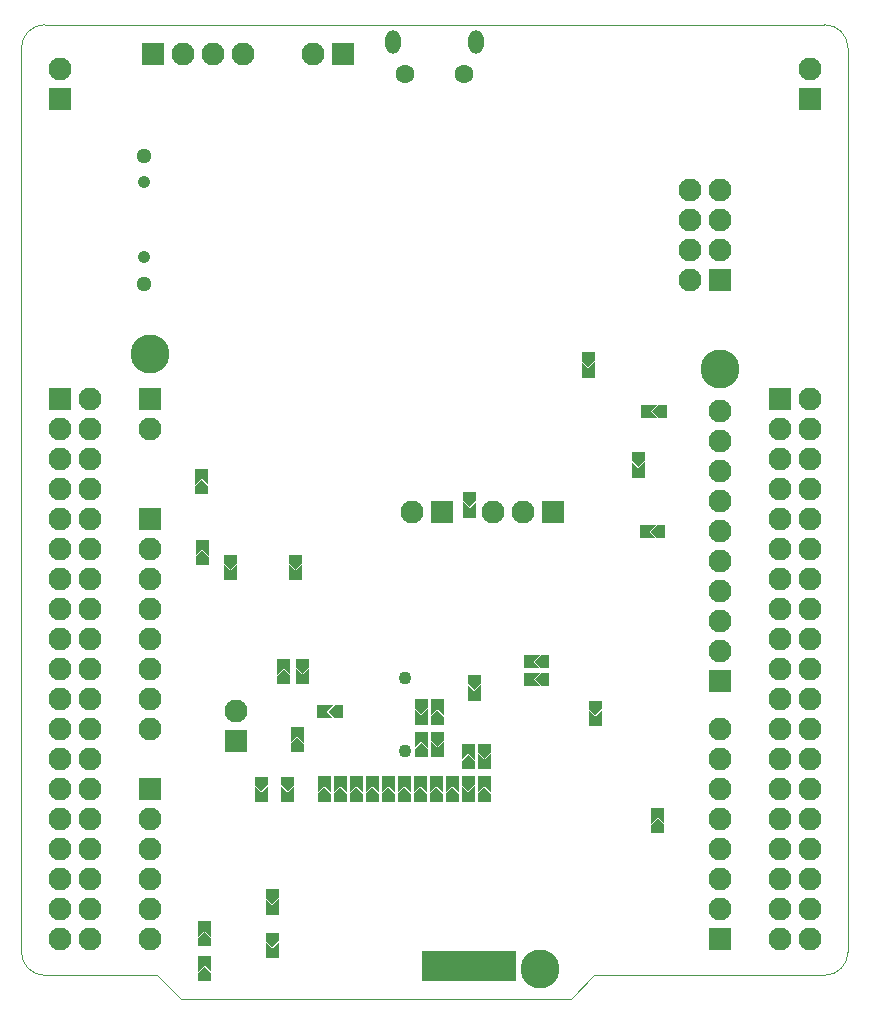
<source format=gbs>
G04*
G04 #@! TF.GenerationSoftware,Altium Limited,Altium Designer,22.10.1 (41)*
G04*
G04 Layer_Color=16711680*
%FSLAX43Y43*%
%MOMM*%
G71*
G04*
G04 #@! TF.SameCoordinates,653730E2-FE11-40ED-88C2-BB3E2325E701*
G04*
G04*
G04 #@! TF.FilePolarity,Negative*
G04*
G01*
G75*
%ADD11C,0.100*%
%ADD62C,1.100*%
%ADD63O,1.300X2.000*%
%ADD64C,1.600*%
%ADD65C,1.070*%
%ADD66C,1.290*%
%ADD67C,1.950*%
%ADD68R,1.950X1.950*%
%ADD69R,1.950X1.950*%
%ADD70C,3.300*%
%ADD132R,8.000X2.500*%
G36*
X48545Y54040D02*
X47995Y53490D01*
X47445Y54040D01*
Y54740D01*
X48545D01*
Y54040D01*
D02*
G37*
G36*
Y52590D02*
X47445D01*
Y53940D01*
X47995Y53390D01*
Y53390D01*
X48545Y53940D01*
Y52590D01*
D02*
G37*
G36*
X54650Y49200D02*
X53950D01*
X53400Y49750D01*
X53950Y50300D01*
X54650D01*
Y49200D01*
D02*
G37*
G36*
X53300Y49750D02*
X53300D01*
X53850Y49200D01*
X52500D01*
Y50300D01*
X53850D01*
X53300Y49750D01*
D02*
G37*
G36*
X52775Y45600D02*
X52225Y45050D01*
X51675Y45600D01*
Y46300D01*
X52775D01*
Y45600D01*
D02*
G37*
G36*
Y44150D02*
X51675D01*
Y45500D01*
X52225Y44950D01*
Y44950D01*
X52775Y45500D01*
Y44150D01*
D02*
G37*
G36*
X15825Y43525D02*
X15275Y44075D01*
Y44075D01*
X14725Y43525D01*
Y44875D01*
X15825D01*
Y43525D01*
D02*
G37*
G36*
Y43425D02*
Y42725D01*
X14725D01*
Y43425D01*
X15275Y43975D01*
X15825Y43425D01*
D02*
G37*
G36*
X38520Y42215D02*
X37970Y41665D01*
X37420Y42215D01*
Y42915D01*
X38520D01*
Y42215D01*
D02*
G37*
G36*
Y40765D02*
X37420D01*
Y42115D01*
X37970Y41565D01*
Y41565D01*
X38520Y42115D01*
Y40765D01*
D02*
G37*
G36*
X54500Y39025D02*
X53800D01*
X53250Y39575D01*
X53800Y40125D01*
X54500D01*
Y39025D01*
D02*
G37*
G36*
X53150Y39575D02*
X53150D01*
X53700Y39025D01*
X52350D01*
Y40125D01*
X53700D01*
X53150Y39575D01*
D02*
G37*
G36*
X15875Y37525D02*
X15325Y38075D01*
Y38075D01*
X14775Y37525D01*
Y38875D01*
X15875D01*
Y37525D01*
D02*
G37*
G36*
Y37425D02*
Y36725D01*
X14775D01*
Y37425D01*
X15325Y37975D01*
X15875Y37425D01*
D02*
G37*
G36*
X23725Y36900D02*
X23175Y36350D01*
X22625Y36900D01*
Y37600D01*
X23725D01*
Y36900D01*
D02*
G37*
G36*
X18225D02*
X17675Y36350D01*
X17125Y36900D01*
Y37600D01*
X18225D01*
Y36900D01*
D02*
G37*
G36*
X23725Y35450D02*
X22625D01*
Y36800D01*
X23175Y36250D01*
Y36250D01*
X23725Y36800D01*
Y35450D01*
D02*
G37*
G36*
X18225D02*
X17125D01*
Y36800D01*
X17675Y36250D01*
Y36250D01*
X18225Y36800D01*
Y35450D01*
D02*
G37*
G36*
X44720Y28015D02*
X44020D01*
X43470Y28565D01*
X44020Y29115D01*
X44720D01*
Y28015D01*
D02*
G37*
G36*
X43370Y28565D02*
X43370D01*
X43920Y28015D01*
X42570D01*
Y29115D01*
X43920D01*
X43370Y28565D01*
D02*
G37*
G36*
X24345Y28090D02*
X23795Y27540D01*
X23245Y28090D01*
Y28790D01*
X24345D01*
Y28090D01*
D02*
G37*
G36*
X22775Y27450D02*
X22225Y28000D01*
Y28000D01*
X21675Y27450D01*
Y28800D01*
X22775D01*
Y27450D01*
D02*
G37*
G36*
X24345Y26640D02*
X23245D01*
Y27990D01*
X23795Y27440D01*
Y27440D01*
X24345Y27990D01*
Y26640D01*
D02*
G37*
G36*
X22775Y27350D02*
Y26650D01*
X21675D01*
Y27350D01*
X22225Y27900D01*
X22775Y27350D01*
D02*
G37*
G36*
X44720Y26515D02*
X44020D01*
X43470Y27065D01*
X44020Y27615D01*
X44720D01*
Y26515D01*
D02*
G37*
G36*
X43370Y27065D02*
X43370D01*
X43920Y26515D01*
X42570D01*
Y27615D01*
X43920D01*
X43370Y27065D01*
D02*
G37*
G36*
X38910Y26715D02*
X38360Y26165D01*
X37810Y26715D01*
Y27415D01*
X38910D01*
Y26715D01*
D02*
G37*
G36*
Y25265D02*
X37810D01*
Y26615D01*
X38360Y26065D01*
Y26065D01*
X38910Y26615D01*
Y25265D01*
D02*
G37*
G36*
X34420Y24665D02*
X33870Y24115D01*
X33320Y24665D01*
Y25365D01*
X34420D01*
Y24665D01*
D02*
G37*
G36*
X35770Y24015D02*
X35220Y24565D01*
Y24565D01*
X34670Y24015D01*
Y25365D01*
X35770D01*
Y24015D01*
D02*
G37*
G36*
X34420Y23215D02*
X33320D01*
Y24565D01*
X33870Y24015D01*
Y24015D01*
X34420Y24565D01*
Y23215D01*
D02*
G37*
G36*
X49145Y24565D02*
X48595Y24015D01*
X48045Y24565D01*
Y25265D01*
X49145D01*
Y24565D01*
D02*
G37*
G36*
Y23115D02*
X48045D01*
Y24465D01*
X48595Y23915D01*
Y23915D01*
X49145Y24465D01*
Y23115D01*
D02*
G37*
G36*
X27220Y23790D02*
X26520D01*
X25970Y24340D01*
X26520Y24890D01*
X27220D01*
Y23790D01*
D02*
G37*
G36*
X25870Y24340D02*
X25870D01*
X26420Y23790D01*
X25070D01*
Y24890D01*
X26420D01*
X25870Y24340D01*
D02*
G37*
G36*
X35770Y23915D02*
Y23215D01*
X34670D01*
Y23915D01*
X35220Y24465D01*
X35770Y23915D01*
D02*
G37*
G36*
X23900Y21700D02*
X23350Y22250D01*
Y22250D01*
X22800Y21700D01*
Y23050D01*
X23900D01*
Y21700D01*
D02*
G37*
G36*
X35770Y21915D02*
X35220Y21365D01*
X34670Y21915D01*
Y22615D01*
X35770D01*
Y21915D01*
D02*
G37*
G36*
Y20465D02*
X34670D01*
Y21815D01*
X35220Y21265D01*
Y21265D01*
X35770Y21815D01*
Y20465D01*
D02*
G37*
G36*
X34420Y21265D02*
X33870Y21815D01*
Y21815D01*
X33320Y21265D01*
Y22615D01*
X34420D01*
Y21265D01*
D02*
G37*
G36*
X23900Y21600D02*
Y20900D01*
X22800D01*
Y21600D01*
X23350Y22150D01*
X23900Y21600D01*
D02*
G37*
G36*
X34420Y21165D02*
Y20465D01*
X33320D01*
Y21165D01*
X33870Y21715D01*
X34420Y21165D01*
D02*
G37*
G36*
X39745Y20890D02*
X39195Y20340D01*
X38645Y20890D01*
Y21590D01*
X39745D01*
Y20890D01*
D02*
G37*
G36*
Y19440D02*
X38645D01*
Y20790D01*
X39195Y20240D01*
Y20240D01*
X39745Y20790D01*
Y19440D01*
D02*
G37*
G36*
X38395Y20240D02*
X37845Y20790D01*
Y20790D01*
X37295Y20240D01*
Y21590D01*
X38395D01*
Y20240D01*
D02*
G37*
G36*
Y20140D02*
Y19440D01*
X37295D01*
Y20140D01*
X37845Y20690D01*
X38395Y20140D01*
D02*
G37*
G36*
Y18140D02*
X37845Y17590D01*
X37295Y18140D01*
Y18840D01*
X38395D01*
Y18140D01*
D02*
G37*
G36*
X23125Y18125D02*
X22575Y17575D01*
X22025Y18125D01*
Y18825D01*
X23125D01*
Y18125D01*
D02*
G37*
G36*
X20850D02*
X20300Y17575D01*
X19750Y18125D01*
Y18825D01*
X20850D01*
Y18125D01*
D02*
G37*
G36*
X39745Y17490D02*
X39195Y18040D01*
Y18040D01*
X38645Y17490D01*
Y18840D01*
X39745D01*
Y17490D01*
D02*
G37*
G36*
X38395Y16690D02*
X37295D01*
Y18040D01*
X37845Y17490D01*
Y17490D01*
X38395Y18040D01*
Y16690D01*
D02*
G37*
G36*
X37020Y17490D02*
X36470Y18040D01*
Y18040D01*
X35920Y17490D01*
Y18840D01*
X37020D01*
Y17490D01*
D02*
G37*
G36*
X35670D02*
X35120Y18040D01*
Y18040D01*
X34570Y17490D01*
Y18840D01*
X35670D01*
Y17490D01*
D02*
G37*
G36*
X34320D02*
X33770Y18040D01*
Y18040D01*
X33220Y17490D01*
Y18840D01*
X34320D01*
Y17490D01*
D02*
G37*
G36*
X32970D02*
X32420Y18040D01*
Y18040D01*
X31870Y17490D01*
Y18840D01*
X32970D01*
Y17490D01*
D02*
G37*
G36*
X31620D02*
X31070Y18040D01*
Y18040D01*
X30520Y17490D01*
Y18840D01*
X31620D01*
Y17490D01*
D02*
G37*
G36*
X30270D02*
X29720Y18040D01*
Y18040D01*
X29170Y17490D01*
Y18840D01*
X30270D01*
Y17490D01*
D02*
G37*
G36*
X28920D02*
X28370Y18040D01*
Y18040D01*
X27820Y17490D01*
Y18840D01*
X28920D01*
Y17490D01*
D02*
G37*
G36*
X27570D02*
X27020Y18040D01*
Y18040D01*
X26470Y17490D01*
Y18840D01*
X27570D01*
Y17490D01*
D02*
G37*
G36*
X26220D02*
X25670Y18040D01*
Y18040D01*
X25120Y17490D01*
Y18840D01*
X26220D01*
Y17490D01*
D02*
G37*
G36*
X23125Y16675D02*
X22025D01*
Y18025D01*
X22575Y17475D01*
Y17475D01*
X23125Y18025D01*
Y16675D01*
D02*
G37*
G36*
X20850D02*
X19750D01*
Y18025D01*
X20300Y17475D01*
Y17475D01*
X20850Y18025D01*
Y16675D01*
D02*
G37*
G36*
X39745Y17390D02*
Y16690D01*
X38645D01*
Y17390D01*
X39195Y17940D01*
X39745Y17390D01*
D02*
G37*
G36*
X37020D02*
Y16690D01*
X35920D01*
Y17390D01*
X36470Y17940D01*
X37020Y17390D01*
D02*
G37*
G36*
X35670D02*
Y16690D01*
X34570D01*
Y17390D01*
X35120Y17940D01*
X35670Y17390D01*
D02*
G37*
G36*
X34320D02*
Y16690D01*
X33220D01*
Y17390D01*
X33770Y17940D01*
X34320Y17390D01*
D02*
G37*
G36*
X32970D02*
Y16690D01*
X31870D01*
Y17390D01*
X32420Y17940D01*
X32970Y17390D01*
D02*
G37*
G36*
X31620D02*
Y16690D01*
X30520D01*
Y17390D01*
X31070Y17940D01*
X31620Y17390D01*
D02*
G37*
G36*
X30270D02*
Y16690D01*
X29170D01*
Y17390D01*
X29720Y17940D01*
X30270Y17390D01*
D02*
G37*
G36*
X28920D02*
Y16690D01*
X27820D01*
Y17390D01*
X28370Y17940D01*
X28920Y17390D01*
D02*
G37*
G36*
X27570D02*
Y16690D01*
X26470D01*
Y17390D01*
X27020Y17940D01*
X27570Y17390D01*
D02*
G37*
G36*
X26220D02*
Y16690D01*
X25120D01*
Y17390D01*
X25670Y17940D01*
X26220Y17390D01*
D02*
G37*
G36*
X54450Y14850D02*
X53900Y15400D01*
Y15400D01*
X53350Y14850D01*
Y16200D01*
X54450D01*
Y14850D01*
D02*
G37*
G36*
Y14750D02*
Y14050D01*
X53350D01*
Y14750D01*
X53900Y15300D01*
X54450Y14750D01*
D02*
G37*
G36*
X21800Y8575D02*
X21250Y8025D01*
X20700Y8575D01*
Y9275D01*
X21800D01*
Y8575D01*
D02*
G37*
G36*
Y7125D02*
X20700D01*
Y8475D01*
X21250Y7925D01*
Y7925D01*
X21800Y8475D01*
Y7125D01*
D02*
G37*
G36*
X16075Y5250D02*
X15525Y5800D01*
Y5800D01*
X14975Y5250D01*
Y6600D01*
X16075D01*
Y5250D01*
D02*
G37*
G36*
Y5150D02*
Y4450D01*
X14975D01*
Y5150D01*
X15525Y5700D01*
X16075Y5150D01*
D02*
G37*
G36*
X21800Y4925D02*
X21250Y4375D01*
X20700Y4925D01*
Y5625D01*
X21800D01*
Y4925D01*
D02*
G37*
G36*
Y3475D02*
X20700D01*
Y4825D01*
X21250Y4275D01*
Y4275D01*
X21800Y4825D01*
Y3475D01*
D02*
G37*
G36*
X16075Y2300D02*
X15525Y2850D01*
Y2850D01*
X14975Y2300D01*
Y3650D01*
X16075D01*
Y2300D01*
D02*
G37*
G36*
Y2200D02*
Y1500D01*
X14975D01*
Y2200D01*
X15525Y2750D01*
X16075Y2200D01*
D02*
G37*
D11*
X0Y4000D02*
G03*
X2000Y2000I2000J0D01*
G01*
X2000Y82500D02*
G03*
X0Y80500I0J-2000D01*
G01*
X70000D02*
G03*
X68000Y82500I-2000J0D01*
G01*
X68000Y2000D02*
G03*
X70000Y4000I0J2000D01*
G01*
X11500Y2000D02*
X13500Y0D01*
X46500D01*
X48500Y2000D01*
Y2000D01*
X68000D01*
X2000Y82500D02*
X68000D01*
X2000Y2000D02*
X11500D01*
X0Y4000D02*
Y58000D01*
Y80500D01*
X70000Y4000D02*
Y58000D01*
Y80500D01*
X70000Y80500D02*
X70000Y80500D01*
D62*
X32460Y27190D02*
D03*
Y20990D02*
D03*
D63*
X31500Y81050D02*
D03*
X38500D02*
D03*
D64*
X32500Y78350D02*
D03*
X37500D02*
D03*
D65*
X10395Y69140D02*
D03*
Y62790D02*
D03*
D66*
Y71410D02*
D03*
Y60520D02*
D03*
D67*
X64210Y20280D02*
D03*
Y17740D02*
D03*
X66750Y20280D02*
D03*
Y17740D02*
D03*
Y10120D02*
D03*
Y15200D02*
D03*
Y12660D02*
D03*
X64210Y10120D02*
D03*
Y12660D02*
D03*
Y15200D02*
D03*
X66750Y5040D02*
D03*
Y7580D02*
D03*
X64210Y5040D02*
D03*
Y7580D02*
D03*
Y32980D02*
D03*
Y30440D02*
D03*
X66750Y32980D02*
D03*
Y30440D02*
D03*
Y22820D02*
D03*
Y27900D02*
D03*
Y25360D02*
D03*
X64210Y22820D02*
D03*
Y25360D02*
D03*
Y27900D02*
D03*
Y40600D02*
D03*
Y38060D02*
D03*
Y35520D02*
D03*
X66750Y38060D02*
D03*
Y40600D02*
D03*
Y35520D02*
D03*
Y43140D02*
D03*
Y50760D02*
D03*
Y48220D02*
D03*
Y45680D02*
D03*
X64210Y43140D02*
D03*
Y45680D02*
D03*
Y48220D02*
D03*
X56590Y68500D02*
D03*
X59130D02*
D03*
Y63420D02*
D03*
Y65960D02*
D03*
X56590D02*
D03*
Y63420D02*
D03*
Y60880D02*
D03*
X13730Y80040D02*
D03*
X16270D02*
D03*
X18810D02*
D03*
X42445Y41235D02*
D03*
X39905D02*
D03*
X3250Y78700D02*
D03*
X18220Y24390D02*
D03*
X59130Y44664D02*
D03*
Y42124D02*
D03*
Y34504D02*
D03*
Y31964D02*
D03*
Y29424D02*
D03*
Y37044D02*
D03*
Y39584D02*
D03*
Y47204D02*
D03*
Y49744D02*
D03*
Y22820D02*
D03*
Y20280D02*
D03*
Y12660D02*
D03*
Y10120D02*
D03*
Y7580D02*
D03*
Y15200D02*
D03*
Y17740D02*
D03*
X10870Y5040D02*
D03*
Y7580D02*
D03*
Y15200D02*
D03*
Y12660D02*
D03*
Y10120D02*
D03*
X66750Y78700D02*
D03*
X10870Y22820D02*
D03*
Y25360D02*
D03*
Y32980D02*
D03*
Y35520D02*
D03*
Y38060D02*
D03*
Y30440D02*
D03*
Y27900D02*
D03*
X3250Y20280D02*
D03*
Y17740D02*
D03*
X5790Y20280D02*
D03*
Y17740D02*
D03*
Y10120D02*
D03*
Y15200D02*
D03*
Y12660D02*
D03*
X3250Y10120D02*
D03*
Y12660D02*
D03*
Y15200D02*
D03*
X5790Y5040D02*
D03*
Y7580D02*
D03*
X3250Y5040D02*
D03*
Y7580D02*
D03*
Y32980D02*
D03*
Y30440D02*
D03*
X5790Y32980D02*
D03*
Y30440D02*
D03*
Y22820D02*
D03*
Y27900D02*
D03*
Y25360D02*
D03*
X3250Y22820D02*
D03*
Y25360D02*
D03*
Y27900D02*
D03*
Y40600D02*
D03*
Y38060D02*
D03*
Y35520D02*
D03*
X5790Y38060D02*
D03*
Y40600D02*
D03*
Y35520D02*
D03*
Y43140D02*
D03*
Y50760D02*
D03*
Y48220D02*
D03*
Y45680D02*
D03*
X3250Y43140D02*
D03*
Y45680D02*
D03*
Y48220D02*
D03*
X33095Y41235D02*
D03*
X24730Y80040D02*
D03*
X10870Y48220D02*
D03*
D68*
X64210Y50760D02*
D03*
X59130Y60880D02*
D03*
X3250Y76160D02*
D03*
X18220Y21850D02*
D03*
X59130Y26884D02*
D03*
Y5040D02*
D03*
X10870Y17740D02*
D03*
X66750Y76160D02*
D03*
X10870Y40600D02*
D03*
X3250Y50760D02*
D03*
X10870Y50760D02*
D03*
D69*
X11190Y80040D02*
D03*
X44985Y41235D02*
D03*
X35635D02*
D03*
X27270Y80040D02*
D03*
D70*
X59130Y53300D02*
D03*
X43890Y2500D02*
D03*
X10870Y54570D02*
D03*
D132*
X37870Y2790D02*
D03*
M02*

</source>
